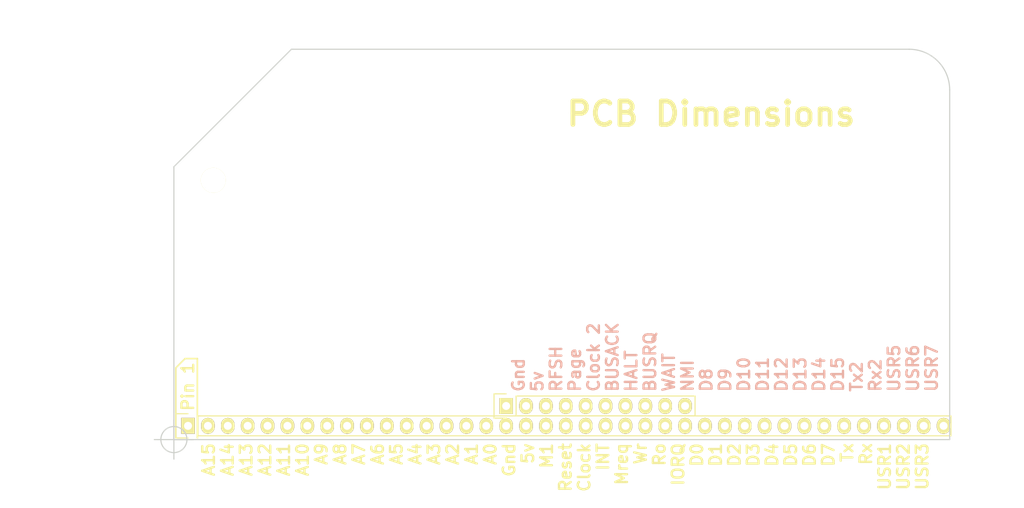
<source format=kicad_pcb>
(kicad_pcb (version 4) (host pcbnew 4.0.6)

  (general
    (links 2)
    (no_connects 2)
    (area 131.469001 46.9805 262.008457 164.053501)
    (thickness 1.6)
    (drawings 34)
    (tracks 0)
    (zones 0)
    (modules 3)
    (nets 48)
  )

  (page A4)
  (layers
    (0 F.Cu signal)
    (31 B.Cu signal)
    (32 B.Adhes user)
    (33 F.Adhes user)
    (34 B.Paste user)
    (35 F.Paste user)
    (36 B.SilkS user)
    (37 F.SilkS user)
    (38 B.Mask user)
    (39 F.Mask user)
    (40 Dwgs.User user)
    (41 Cmts.User user)
    (42 Eco1.User user)
    (43 Eco2.User user)
    (44 Edge.Cuts user)
    (45 Margin user)
    (46 B.CrtYd user)
    (47 F.CrtYd user)
    (48 B.Fab user)
    (49 F.Fab user)
  )

  (setup
    (last_trace_width 0.25)
    (trace_clearance 0.2)
    (zone_clearance 0.508)
    (zone_45_only no)
    (trace_min 0.2)
    (segment_width 0.2)
    (edge_width 0.15)
    (via_size 0.6)
    (via_drill 0.4)
    (via_min_size 0.4)
    (via_min_drill 0.3)
    (uvia_size 0.3)
    (uvia_drill 0.1)
    (uvias_allowed no)
    (uvia_min_size 0.2)
    (uvia_min_drill 0.1)
    (pcb_text_width 0.3)
    (pcb_text_size 1.5 1.5)
    (mod_edge_width 0.15)
    (mod_text_size 1 1)
    (mod_text_width 0.15)
    (pad_size 3.2 3.2)
    (pad_drill 3.2)
    (pad_to_mask_clearance 0.2)
    (aux_axis_origin 0 0)
    (visible_elements 7FFFFFFF)
    (pcbplotparams
      (layerselection 0x010f0_80000001)
      (usegerberextensions false)
      (excludeedgelayer true)
      (linewidth 0.100000)
      (plotframeref false)
      (viasonmask false)
      (mode 1)
      (useauxorigin false)
      (hpglpennumber 1)
      (hpglpenspeed 20)
      (hpglpendiameter 15)
      (hpglpenoverlay 2)
      (psnegative false)
      (psa4output false)
      (plotreference true)
      (plotvalue true)
      (plotinvisibletext false)
      (padsonsilk false)
      (subtractmaskfromsilk false)
      (outputformat 1)
      (mirror false)
      (drillshape 0)
      (scaleselection 1)
      (outputdirectory "/home/spencer/Documents/KiCad/2016/RC2014/Dimension Template/"))
  )

  (net 0 "")
  (net 1 GND)
  (net 2 VCC)
  (net 3 /D0)
  (net 4 /D1)
  (net 5 /D2)
  (net 6 /D3)
  (net 7 /D4)
  (net 8 /D5)
  (net 9 /D6)
  (net 10 /D7)
  (net 11 "Net-(Con1-Pad35)")
  (net 12 "Net-(Con1-Pad36)")
  (net 13 "Net-(Con1-Pad37)")
  (net 14 "Net-(Con1-Pad38)")
  (net 15 "Net-(Con1-Pad39)")
  (net 16 /A15)
  (net 17 /A14)
  (net 18 /A13)
  (net 19 /A12)
  (net 20 /A11)
  (net 21 /A10)
  (net 22 /A9)
  (net 23 /A8)
  (net 24 /A7)
  (net 25 /A6)
  (net 26 /A5)
  (net 27 /A4)
  (net 28 /A3)
  (net 29 /A2)
  (net 30 /A1)
  (net 31 /A0)
  (net 32 M1)
  (net 33 RESET)
  (net 34 CLK)
  (net 35 INT)
  (net 36 MREQ)
  (net 37 WR)
  (net 38 RD)
  (net 39 IOREQ)
  (net 40 "Net-(P2-Pad3)")
  (net 41 "Net-(P2-Pad4)")
  (net 42 "Net-(P2-Pad5)")
  (net 43 "Net-(P2-Pad6)")
  (net 44 "Net-(P2-Pad7)")
  (net 45 "Net-(P2-Pad8)")
  (net 46 "Net-(P2-Pad9)")
  (net 47 "Net-(P2-Pad10)")

  (net_class Default "This is the default net class."
    (clearance 0.2)
    (trace_width 0.25)
    (via_dia 0.6)
    (via_drill 0.4)
    (uvia_dia 0.3)
    (uvia_drill 0.1)
    (add_net /A0)
    (add_net /A1)
    (add_net /A10)
    (add_net /A11)
    (add_net /A12)
    (add_net /A13)
    (add_net /A14)
    (add_net /A15)
    (add_net /A2)
    (add_net /A3)
    (add_net /A4)
    (add_net /A5)
    (add_net /A6)
    (add_net /A7)
    (add_net /A8)
    (add_net /A9)
    (add_net /D0)
    (add_net /D1)
    (add_net /D2)
    (add_net /D3)
    (add_net /D4)
    (add_net /D5)
    (add_net /D6)
    (add_net /D7)
    (add_net CLK)
    (add_net INT)
    (add_net IOREQ)
    (add_net M1)
    (add_net MREQ)
    (add_net "Net-(Con1-Pad35)")
    (add_net "Net-(Con1-Pad36)")
    (add_net "Net-(Con1-Pad37)")
    (add_net "Net-(Con1-Pad38)")
    (add_net "Net-(Con1-Pad39)")
    (add_net "Net-(P2-Pad10)")
    (add_net "Net-(P2-Pad3)")
    (add_net "Net-(P2-Pad4)")
    (add_net "Net-(P2-Pad5)")
    (add_net "Net-(P2-Pad6)")
    (add_net "Net-(P2-Pad7)")
    (add_net "Net-(P2-Pad8)")
    (add_net "Net-(P2-Pad9)")
    (add_net RD)
    (add_net RESET)
    (add_net WR)
  )

  (net_class Power ""
    (clearance 0.2)
    (trace_width 0.35)
    (via_dia 0.6)
    (via_drill 0.4)
    (uvia_dia 0.3)
    (uvia_drill 0.1)
    (add_net GND)
    (add_net VCC)
  )

  (module Pin_Headers:Pin_Header_Straight_1x40 (layer F.Cu) (tedit 583F5AD1) (tstamp 574B3D79)
    (at 155.702 151.6126 90)
    (descr "Through hole pin header")
    (tags "pin header")
    (path /57B2D86C)
    (fp_text reference "" (at 95.2119 16.6624 90) (layer F.SilkS) hide
      (effects (font (size 1 1) (thickness 0.15)))
    )
    (fp_text value "" (at 71.1454 23.5966 90) (layer F.Fab) hide
      (effects (font (size 1 1) (thickness 0.15)))
    )
    (fp_line (start -1.75 -1.75) (end -1.75 97.4598) (layer F.CrtYd) (width 0.05))
    (fp_line (start 1.75 -1.75) (end 1.75 97.4598) (layer F.CrtYd) (width 0.05))
    (fp_line (start -1.75 -1.75) (end 1.75 -1.75) (layer F.CrtYd) (width 0.05))
    (fp_line (start -1.75 97.5226) (end 1.75 97.5226) (layer F.CrtYd) (width 0.05))
    (fp_line (start -1.27 1.27) (end -1.27 97.4598) (layer F.SilkS) (width 0.15))
    (fp_line (start -1.27 97.4598) (end 1.27 97.4598) (layer F.SilkS) (width 0.15))
    (fp_line (start 1.27 97.4598) (end 1.27 1.27) (layer F.SilkS) (width 0.15))
    (fp_line (start 1.55 -1.55) (end 1.55 0) (layer F.SilkS) (width 0.15))
    (fp_line (start 1.27 1.27) (end -1.27 1.27) (layer F.SilkS) (width 0.15))
    (fp_line (start -1.55 0) (end -1.55 -1.55) (layer F.SilkS) (width 0.15))
    (fp_line (start -1.55 -1.55) (end 1.55 -1.55) (layer F.SilkS) (width 0.15))
    (pad 1 thru_hole rect (at 0 0 90) (size 2.032 1.7272) (drill 1.016) (layers *.Cu *.Mask F.SilkS)
      (net 16 /A15))
    (pad 2 thru_hole oval (at 0 2.54 90) (size 2.032 1.7272) (drill 1.016) (layers *.Cu *.Mask F.SilkS)
      (net 17 /A14))
    (pad 3 thru_hole oval (at 0 5.08 90) (size 2.032 1.7272) (drill 1.016) (layers *.Cu *.Mask F.SilkS)
      (net 18 /A13))
    (pad 4 thru_hole oval (at 0 7.62 90) (size 2.032 1.7272) (drill 1.016) (layers *.Cu *.Mask F.SilkS)
      (net 19 /A12))
    (pad 5 thru_hole oval (at 0 10.16 90) (size 2.032 1.7272) (drill 1.016) (layers *.Cu *.Mask F.SilkS)
      (net 20 /A11))
    (pad 6 thru_hole oval (at 0 12.7 90) (size 2.032 1.7272) (drill 1.016) (layers *.Cu *.Mask F.SilkS)
      (net 21 /A10))
    (pad 7 thru_hole oval (at 0 15.24 90) (size 2.032 1.7272) (drill 1.016) (layers *.Cu *.Mask F.SilkS)
      (net 22 /A9))
    (pad 8 thru_hole oval (at 0 17.78 90) (size 2.032 1.7272) (drill 1.016) (layers *.Cu *.Mask F.SilkS)
      (net 23 /A8))
    (pad 9 thru_hole oval (at 0 20.32 90) (size 2.032 1.7272) (drill 1.016) (layers *.Cu *.Mask F.SilkS)
      (net 24 /A7))
    (pad 10 thru_hole oval (at 0 22.86 90) (size 2.032 1.7272) (drill 1.016) (layers *.Cu *.Mask F.SilkS)
      (net 25 /A6))
    (pad 11 thru_hole oval (at 0 25.4 90) (size 2.032 1.7272) (drill 1.016) (layers *.Cu *.Mask F.SilkS)
      (net 26 /A5))
    (pad 12 thru_hole oval (at 0 27.94 90) (size 2.032 1.7272) (drill 1.016) (layers *.Cu *.Mask F.SilkS)
      (net 27 /A4))
    (pad 13 thru_hole oval (at 0 30.48 90) (size 2.032 1.7272) (drill 1.016) (layers *.Cu *.Mask F.SilkS)
      (net 28 /A3))
    (pad 14 thru_hole oval (at 0 33.02 90) (size 2.032 1.7272) (drill 1.016) (layers *.Cu *.Mask F.SilkS)
      (net 29 /A2))
    (pad 15 thru_hole oval (at 0 35.56 90) (size 2.032 1.7272) (drill 1.016) (layers *.Cu *.Mask F.SilkS)
      (net 30 /A1))
    (pad 16 thru_hole oval (at 0 38.1 90) (size 2.032 1.7272) (drill 1.016) (layers *.Cu *.Mask F.SilkS)
      (net 31 /A0))
    (pad 17 thru_hole oval (at 0 40.64 90) (size 2.032 1.7272) (drill 1.016) (layers *.Cu *.Mask F.SilkS)
      (net 1 GND))
    (pad 18 thru_hole oval (at 0 43.18 90) (size 2.032 1.7272) (drill 1.016) (layers *.Cu *.Mask F.SilkS)
      (net 2 VCC))
    (pad 19 thru_hole oval (at 0 45.72 90) (size 2.032 1.7272) (drill 1.016) (layers *.Cu *.Mask F.SilkS)
      (net 32 M1))
    (pad 20 thru_hole oval (at 0 48.26 90) (size 2.032 1.7272) (drill 1.016) (layers *.Cu *.Mask F.SilkS)
      (net 33 RESET))
    (pad 21 thru_hole oval (at 0 50.8 90) (size 2.032 1.7272) (drill 1.016) (layers *.Cu *.Mask F.SilkS)
      (net 34 CLK))
    (pad 22 thru_hole oval (at 0 53.34 90) (size 2.032 1.7272) (drill 1.016) (layers *.Cu *.Mask F.SilkS)
      (net 35 INT))
    (pad 23 thru_hole oval (at 0 55.88 90) (size 2.032 1.7272) (drill 1.016) (layers *.Cu *.Mask F.SilkS)
      (net 36 MREQ))
    (pad 24 thru_hole oval (at 0 58.42 90) (size 2.032 1.7272) (drill 1.016) (layers *.Cu *.Mask F.SilkS)
      (net 37 WR))
    (pad 25 thru_hole oval (at 0 60.96 90) (size 2.032 1.7272) (drill 1.016) (layers *.Cu *.Mask F.SilkS)
      (net 38 RD))
    (pad 26 thru_hole oval (at 0 63.5 90) (size 2.032 1.7272) (drill 1.016) (layers *.Cu *.Mask F.SilkS)
      (net 39 IOREQ))
    (pad 27 thru_hole oval (at 0 66.04 90) (size 2.032 1.7272) (drill 1.016) (layers *.Cu *.Mask F.SilkS)
      (net 3 /D0))
    (pad 28 thru_hole oval (at 0 68.58 90) (size 2.032 1.7272) (drill 1.016) (layers *.Cu *.Mask F.SilkS)
      (net 4 /D1))
    (pad 29 thru_hole oval (at 0 71.12 90) (size 2.032 1.7272) (drill 1.016) (layers *.Cu *.Mask F.SilkS)
      (net 5 /D2))
    (pad 30 thru_hole oval (at 0 73.66 90) (size 2.032 1.7272) (drill 1.016) (layers *.Cu *.Mask F.SilkS)
      (net 6 /D3))
    (pad 31 thru_hole oval (at 0 76.2 90) (size 2.032 1.7272) (drill 1.016) (layers *.Cu *.Mask F.SilkS)
      (net 7 /D4))
    (pad 32 thru_hole oval (at 0 78.74 90) (size 2.032 1.7272) (drill 1.016) (layers *.Cu *.Mask F.SilkS)
      (net 8 /D5))
    (pad 33 thru_hole oval (at 0 81.28 90) (size 2.032 1.7272) (drill 1.016) (layers *.Cu *.Mask F.SilkS)
      (net 9 /D6))
    (pad 34 thru_hole oval (at 0 83.82 90) (size 2.032 1.7272) (drill 1.016) (layers *.Cu *.Mask F.SilkS)
      (net 10 /D7))
    (pad 35 thru_hole oval (at 0 86.36 90) (size 2.032 1.7272) (drill 1.016) (layers *.Cu *.Mask F.SilkS)
      (net 11 "Net-(Con1-Pad35)"))
    (pad 36 thru_hole oval (at 0 88.9 90) (size 2.032 1.7272) (drill 1.016) (layers *.Cu *.Mask F.SilkS)
      (net 12 "Net-(Con1-Pad36)"))
    (pad 37 thru_hole oval (at 0 91.44 90) (size 2.032 1.7272) (drill 1.016) (layers *.Cu *.Mask F.SilkS)
      (net 13 "Net-(Con1-Pad37)"))
    (pad 38 thru_hole oval (at 0 93.98 90) (size 2.032 1.7272) (drill 1.016) (layers *.Cu *.Mask F.SilkS)
      (net 14 "Net-(Con1-Pad38)"))
    (pad 39 thru_hole oval (at 0 96.52 90) (size 2.032 1.7272) (drill 1.016) (layers *.Cu *.Mask F.SilkS)
      (net 15 "Net-(Con1-Pad39)"))
    (model Pin_Headers.3dshapes/Pin_Header_Straight_1x40.wrl
      (at (xyz 0 -1.95 0))
      (scale (xyz 1 1 1))
      (rotate (xyz 0 0 90))
    )
  )

  (module Mounting_Holes:MountingHole_3.2mm_M3 locked (layer F.Cu) (tedit 583F5ADB) (tstamp 574B179B)
    (at 158.9278 120.2436)
    (descr "Mounting Hole 3.2mm, no annular, M3")
    (tags "mounting hole 3.2mm no annular m3")
    (fp_text reference "" (at 26.6446 -55.0545) (layer F.SilkS) hide
      (effects (font (size 1 1) (thickness 0.15)))
    )
    (fp_text value "" (at 2.3368 -73.0631 90) (layer F.Fab) hide
      (effects (font (size 1 1) (thickness 0.15)))
    )
    (fp_circle (center 0 0) (end 3.2 0) (layer Cmts.User) (width 0.15))
    (fp_circle (center 0 0) (end 3.45 0) (layer F.CrtYd) (width 0.05))
    (pad "" np_thru_hole circle (at 0 0) (size 3.2 3.2) (drill 3.2) (layers *.Cu *.Mask F.SilkS))
  )

  (module Pin_Headers:Pin_Header_Straight_1x10 (layer F.Cu) (tedit 583F5AE3) (tstamp 57B2E630)
    (at 196.342 149.0726 90)
    (descr "Through hole pin header")
    (tags "pin header")
    (path /57B2E338)
    (fp_text reference "" (at 81.5594 24.4094 90) (layer F.SilkS) hide
      (effects (font (size 1 1) (thickness 0.15)))
    )
    (fp_text value "" (at 70.5866 12.8524 90) (layer F.Fab) hide
      (effects (font (size 1 1) (thickness 0.15)))
    )
    (fp_line (start -1.75 -1.75) (end -1.75 24.65) (layer F.CrtYd) (width 0.05))
    (fp_line (start 1.75 -1.75) (end 1.75 24.65) (layer F.CrtYd) (width 0.05))
    (fp_line (start -1.75 -1.75) (end 1.75 -1.75) (layer F.CrtYd) (width 0.05))
    (fp_line (start -1.75 24.65) (end 1.75 24.65) (layer F.CrtYd) (width 0.05))
    (fp_line (start 1.27 1.27) (end 1.27 24.13) (layer F.SilkS) (width 0.15))
    (fp_line (start 1.27 24.13) (end -1.27 24.13) (layer F.SilkS) (width 0.15))
    (fp_line (start -1.27 24.13) (end -1.27 1.27) (layer F.SilkS) (width 0.15))
    (fp_line (start 1.55 -1.55) (end 1.55 0) (layer F.SilkS) (width 0.15))
    (fp_line (start 1.27 1.27) (end -1.27 1.27) (layer F.SilkS) (width 0.15))
    (fp_line (start -1.55 0) (end -1.55 -1.55) (layer F.SilkS) (width 0.15))
    (fp_line (start -1.55 -1.55) (end 1.55 -1.55) (layer F.SilkS) (width 0.15))
    (pad 1 thru_hole rect (at 0 0 90) (size 2.032 1.7272) (drill 1.016) (layers *.Cu *.Mask F.SilkS)
      (net 1 GND))
    (pad 2 thru_hole oval (at 0 2.54 90) (size 2.032 1.7272) (drill 1.016) (layers *.Cu *.Mask F.SilkS)
      (net 2 VCC))
    (pad 3 thru_hole oval (at 0 5.08 90) (size 2.032 1.7272) (drill 1.016) (layers *.Cu *.Mask F.SilkS)
      (net 40 "Net-(P2-Pad3)"))
    (pad 4 thru_hole oval (at 0 7.62 90) (size 2.032 1.7272) (drill 1.016) (layers *.Cu *.Mask F.SilkS)
      (net 41 "Net-(P2-Pad4)"))
    (pad 5 thru_hole oval (at 0 10.16 90) (size 2.032 1.7272) (drill 1.016) (layers *.Cu *.Mask F.SilkS)
      (net 42 "Net-(P2-Pad5)"))
    (pad 6 thru_hole oval (at 0 12.7 90) (size 2.032 1.7272) (drill 1.016) (layers *.Cu *.Mask F.SilkS)
      (net 43 "Net-(P2-Pad6)"))
    (pad 7 thru_hole oval (at 0 15.24 90) (size 2.032 1.7272) (drill 1.016) (layers *.Cu *.Mask F.SilkS)
      (net 44 "Net-(P2-Pad7)"))
    (pad 8 thru_hole oval (at 0 17.78 90) (size 2.032 1.7272) (drill 1.016) (layers *.Cu *.Mask F.SilkS)
      (net 45 "Net-(P2-Pad8)"))
    (pad 9 thru_hole oval (at 0 20.32 90) (size 2.032 1.7272) (drill 1.016) (layers *.Cu *.Mask F.SilkS)
      (net 46 "Net-(P2-Pad9)"))
    (pad 10 thru_hole oval (at 0 22.86 90) (size 2.032 1.7272) (drill 1.016) (layers *.Cu *.Mask F.SilkS)
      (net 47 "Net-(P2-Pad10)"))
    (model Pin_Headers.3dshapes/Pin_Header_Straight_1x10.wrl
      (at (xyz 0 -0.45 0))
      (scale (xyz 1 1 1))
      (rotate (xyz 0 0 90))
    )
  )

  (gr_line (start 156.8958 153.13152) (end 156.93136 153.13152) (angle 90) (layer F.SilkS) (width 0.2))
  (gr_line (start 156.8958 143.01978) (end 156.8958 153.13152) (angle 90) (layer F.SilkS) (width 0.2))
  (gr_line (start 155.32608 143.01978) (end 156.8958 143.01978) (angle 90) (layer F.SilkS) (width 0.2))
  (gr_line (start 154.14498 144.20088) (end 155.32608 143.01978) (angle 90) (layer F.SilkS) (width 0.2))
  (gr_line (start 154.14498 153.13152) (end 154.14498 144.20088) (angle 90) (layer F.SilkS) (width 0.2))
  (gr_text "Pin 1" (at 155.68168 146.60118 90) (layer F.SilkS)
    (effects (font (size 1.5 1.5) (thickness 0.3)))
  )
  (target plus (at 153.8986 153.3652) (size 5) (width 0.15) (layer Edge.Cuts))
  (gr_text "M3 Mounting Hole" (at 155.56992 118.91264 45) (layer F.CrtYd)
    (effects (font (size 1.5 1.5) (thickness 0.3)))
  )
  (gr_text "PCB Dimensions" (at 222.51416 111.76) (layer F.SilkS)
    (effects (font (size 3 3) (thickness 0.6)))
  )
  (gr_text "Gnd\n5v\nRFSH\nPage\nClock 2\nBUSACK\nHALT\nBUSRQ\nWAIT\nNMI\nD8\nD9\nD10\nD11\nD12\nD13\nD14\nD15\nTx2\nRx2\nUSR5\nUSR6\nUSR7" (at 224.30232 147.41144 90) (layer B.SilkS)
    (effects (font (size 1.49 1.5) (thickness 0.3)) (justify left))
  )
  (gr_text "A15\nA14\nA13\nA12\nA11\nA10\nA9\nA8\nA7\nA6\nA5\nA4\nA3\nA2\nA1\nA0\nGnd\n5v\nM1\nReset\nClock\nINT\nMreq\nWr\nRo\nIORQ\nD0\nD1\nD2\nD3\nD4\nD5\nD6\nD7\nTx\nRx\nUSR1\nUSR2\nUSR3" (at 203.9112 153.6573 90) (layer F.SilkS)
    (effects (font (size 1.49 1.5) (thickness 0.3)) (justify right))
  )
  (dimension 1.714568 (width 0.3) (layer F.CrtYd)
    (gr_text "1.715 mm" (at 256.222742 152.44727 270.5092824) (layer F.CrtYd)
      (effects (font (size 1.5 1.5) (thickness 0.3)))
    )
    (feature1 (pts (xy 249.67438 151.64816) (xy 257.565069 151.578021)))
    (feature2 (pts (xy 249.68962 153.36266) (xy 257.580309 153.292521)))
    (crossbar (pts (xy 254.880416 153.31652) (xy 254.865176 151.60202)))
    (arrow1a (pts (xy 254.865176 151.60202) (xy 255.461587 152.723267)))
    (arrow1b (pts (xy 254.865176 151.60202) (xy 254.288791 152.733692)))
    (arrow2a (pts (xy 254.880416 153.31652) (xy 255.456801 152.184848)))
    (arrow2b (pts (xy 254.880416 153.31652) (xy 254.284005 152.195273)))
  )
  (dimension 3.398129 (width 0.3) (layer F.CrtYd)
    (gr_text "3.2 mm" (at 166.13124 113.10112 315) (layer F.CrtYd)
      (effects (font (size 1.5 1.5) (thickness 0.3)))
    )
    (feature1 (pts (xy 160.13176 121.44756) (xy 166.797097 114.782223)))
    (feature2 (pts (xy 157.72892 119.04472) (xy 164.394257 112.379383)))
    (crossbar (pts (xy 162.485069 114.288571) (xy 164.887909 116.691411)))
    (arrow1a (pts (xy 164.887909 116.691411) (xy 163.676688 116.309515)))
    (arrow1b (pts (xy 164.887909 116.691411) (xy 164.506013 115.48019)))
    (arrow2a (pts (xy 162.485069 114.288571) (xy 162.866965 115.499792)))
    (arrow2b (pts (xy 162.485069 114.288571) (xy 163.69629 114.670467)))
  )
  (gr_text "5.1mm\nradius" (at 245.2878 108.4326) (layer F.CrtYd)
    (effects (font (size 1.5 1.5) (thickness 0.3)))
  )
  (gr_line (start 251.73178 105.27792) (end 249.79884 105.27792) (angle 90) (layer F.CrtYd) (width 0.2))
  (gr_line (start 251.73178 105.29062) (end 251.73178 107.23626) (angle 90) (layer F.CrtYd) (width 0.2))
  (gr_line (start 251.71908 105.3084) (end 248.09196 108.93552) (angle 90) (layer F.CrtYd) (width 0.2))
  (gr_text "135 deg" (at 172.15104 107.60964) (layer F.CrtYd)
    (effects (font (size 1.5 1.5) (thickness 0.3)))
  )
  (gr_line (start 169.08526 103.81488) (end 172.13326 106.86288) (angle 90) (layer F.CrtYd) (width 0.2))
  (gr_line (start 168.97604 103.72344) (end 168.97604 105.01884) (angle 90) (layer F.CrtYd) (width 0.2))
  (gr_line (start 170.62196 103.72344) (end 168.97604 103.72344) (angle 90) (layer F.CrtYd) (width 0.2))
  (dimension 15.0114 (width 0.3) (layer F.CrtYd)
    (gr_text "15.011 mm" (at 161.4043 99.06636) (layer F.CrtYd)
      (effects (font (size 1.5 1.5) (thickness 0.3)))
    )
    (feature1 (pts (xy 153.8986 103.505) (xy 153.8986 97.71636)))
    (feature2 (pts (xy 168.91 103.505) (xy 168.91 97.71636)))
    (crossbar (pts (xy 168.91 100.41636) (xy 153.8986 100.41636)))
    (arrow1a (pts (xy 153.8986 100.41636) (xy 155.025104 99.829939)))
    (arrow1b (pts (xy 153.8986 100.41636) (xy 155.025104 101.002781)))
    (arrow2a (pts (xy 168.91 100.41636) (xy 167.783496 99.829939)))
    (arrow2b (pts (xy 168.91 100.41636) (xy 167.783496 101.002781)))
  )
  (dimension 5.0292 (width 0.3) (layer F.CrtYd)
    (gr_text "5.029 mm" (at 156.4132 128.7564) (layer F.CrtYd)
      (effects (font (size 1.5 1.5) (thickness 0.3)))
    )
    (feature1 (pts (xy 153.8986 120.2436) (xy 153.8986 130.1064)))
    (feature2 (pts (xy 158.9278 120.2436) (xy 158.9278 130.1064)))
    (crossbar (pts (xy 158.9278 127.4064) (xy 153.8986 127.4064)))
    (arrow1a (pts (xy 153.8986 127.4064) (xy 155.025104 126.819979)))
    (arrow1b (pts (xy 153.8986 127.4064) (xy 155.025104 127.992821)))
    (arrow2a (pts (xy 158.9278 127.4064) (xy 157.801296 126.819979)))
    (arrow2b (pts (xy 158.9278 127.4064) (xy 157.801296 127.992821)))
  )
  (dimension 33.1216 (width 0.3) (layer F.CrtYd)
    (gr_text "33.122 mm" (at 165.9928 136.8044 270) (layer F.CrtYd)
      (effects (font (size 1.5 1.5) (thickness 0.3)))
    )
    (feature1 (pts (xy 158.9278 153.3652) (xy 167.3428 153.3652)))
    (feature2 (pts (xy 158.9278 120.2436) (xy 167.3428 120.2436)))
    (crossbar (pts (xy 164.6428 120.2436) (xy 164.6428 153.3652)))
    (arrow1a (pts (xy 164.6428 153.3652) (xy 164.056379 152.238696)))
    (arrow1b (pts (xy 164.6428 153.3652) (xy 165.229221 152.238696)))
    (arrow2a (pts (xy 164.6428 120.2436) (xy 164.056379 121.370104)))
    (arrow2b (pts (xy 164.6428 120.2436) (xy 165.229221 121.370104)))
  )
  (dimension 34.8488 (width 0.3) (layer F.CrtYd)
    (gr_text "34.849 mm" (at 146.3129 135.9408 90) (layer F.CrtYd)
      (effects (font (size 1.5 1.5) (thickness 0.3)))
    )
    (feature1 (pts (xy 153.8986 118.5164) (xy 144.9629 118.5164)))
    (feature2 (pts (xy 153.8986 153.3652) (xy 144.9629 153.3652)))
    (crossbar (pts (xy 147.6629 153.3652) (xy 147.6629 118.5164)))
    (arrow1a (pts (xy 147.6629 118.5164) (xy 148.249321 119.642904)))
    (arrow1b (pts (xy 147.6629 118.5164) (xy 147.076479 119.642904)))
    (arrow2a (pts (xy 147.6629 153.3652) (xy 148.249321 152.238696)))
    (arrow2b (pts (xy 147.6629 153.3652) (xy 147.076479 152.238696)))
  )
  (dimension 49.8602 (width 0.3) (layer F.CrtYd)
    (gr_text "49.860 mm" (at 137.969 128.4351 90) (layer F.CrtYd)
      (effects (font (size 1.5 1.5) (thickness 0.3)))
    )
    (feature1 (pts (xy 179.8955 103.505) (xy 136.619 103.505)))
    (feature2 (pts (xy 179.8955 153.3652) (xy 136.619 153.3652)))
    (crossbar (pts (xy 139.319 153.3652) (xy 139.319 103.505)))
    (arrow1a (pts (xy 139.319 103.505) (xy 139.905421 104.631504)))
    (arrow1b (pts (xy 139.319 103.505) (xy 138.732579 104.631504)))
    (arrow2a (pts (xy 139.319 153.3652) (xy 139.905421 152.238696)))
    (arrow2b (pts (xy 139.319 153.3652) (xy 138.732579 152.238696)))
  )
  (dimension 99.10572 (width 0.3) (layer F.CrtYd)
    (gr_text "99.106 mm" (at 203.45146 162.7035) (layer F.CrtYd)
      (effects (font (size 1.5 1.5) (thickness 0.3)))
    )
    (feature1 (pts (xy 253.00432 149.86254) (xy 253.00432 164.0535)))
    (feature2 (pts (xy 153.8986 149.86254) (xy 153.8986 164.0535)))
    (crossbar (pts (xy 153.8986 161.3535) (xy 253.00432 161.3535)))
    (arrow1a (pts (xy 253.00432 161.3535) (xy 251.877816 161.939921)))
    (arrow1b (pts (xy 253.00432 161.3535) (xy 251.877816 160.767079)))
    (arrow2a (pts (xy 153.8986 161.3535) (xy 155.025104 161.939921)))
    (arrow2b (pts (xy 153.8986 161.3535) (xy 155.025104 160.767079)))
  )
  (dimension 5.034511 (width 0.3) (layer F.CrtYd)
    (gr_text "5.035 mm" (at 156.801297 161.017316 0.5492363601) (layer F.CrtYd) (tstamp 583F44DE)
      (effects (font (size 1.5 1.5) (thickness 0.3)))
    )
    (feature1 (pts (xy 153.89352 120.29186) (xy 154.297098 162.391384)))
    (feature2 (pts (xy 158.9278 120.2436) (xy 159.331378 162.343124)))
    (crossbar (pts (xy 159.305496 159.643248) (xy 154.271216 159.691508)))
    (arrow1a (pts (xy 154.271216 159.691508) (xy 155.392047 159.094316)))
    (arrow1b (pts (xy 154.271216 159.691508) (xy 155.403289 160.267103)))
    (arrow2a (pts (xy 159.305496 159.643248) (xy 158.173423 159.067653)))
    (arrow2b (pts (xy 159.305496 159.643248) (xy 158.184665 160.24044)))
  )
  (gr_line (start 253 108.685) (end 253 153.3652) (angle 90) (layer Edge.Cuts) (width 0.15))
  (gr_line (start 247.8184 103.505) (end 168.91 103.505) (angle 90) (layer Edge.Cuts) (width 0.15))
  (gr_arc (start 247.8184 108.685) (end 247.8184 103.505) (angle 90) (layer Edge.Cuts) (width 0.15))
  (gr_line (start 153.8986 118.5164) (end 153.8986 153.3652) (angle 90) (layer Edge.Cuts) (width 0.15))
  (gr_line (start 168.91 103.505) (end 153.8986 118.5164) (angle 90) (layer Edge.Cuts) (width 0.15))
  (gr_line (start 153.8986 153.3652) (end 253 153.3652) (angle 90) (layer Edge.Cuts) (width 0.15))

)

</source>
